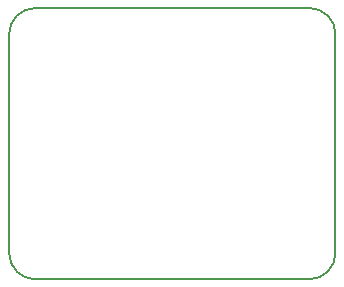
<source format=gm1>
G04 #@! TF.FileFunction,Profile,NP*
%FSLAX46Y46*%
G04 Gerber Fmt 4.6, Leading zero omitted, Abs format (unit mm)*
G04 Created by KiCad (PCBNEW 4.0.1-stable) date 20.1.2016 23.10.08*
%MOMM*%
G01*
G04 APERTURE LIST*
%ADD10C,0.100000*%
%ADD11C,0.150000*%
G04 APERTURE END LIST*
D10*
D11*
X188112400Y-119430800D02*
G75*
G03X190334900Y-117208300I0J2222500D01*
G01*
X190334900Y-98679000D02*
X190334900Y-117208300D01*
X190334900Y-98679000D02*
G75*
G03X188112400Y-96456500I-2222500J0D01*
G01*
X188112400Y-96456500D02*
X164922200Y-96456500D01*
X164922200Y-96456500D02*
G75*
G03X162699700Y-98679000I0J-2222500D01*
G01*
X162699700Y-117208300D02*
G75*
G03X164922200Y-119430800I2222500J0D01*
G01*
X162699700Y-98679000D02*
X162699700Y-117208300D01*
X188112400Y-119430800D02*
X164922200Y-119430800D01*
M02*

</source>
